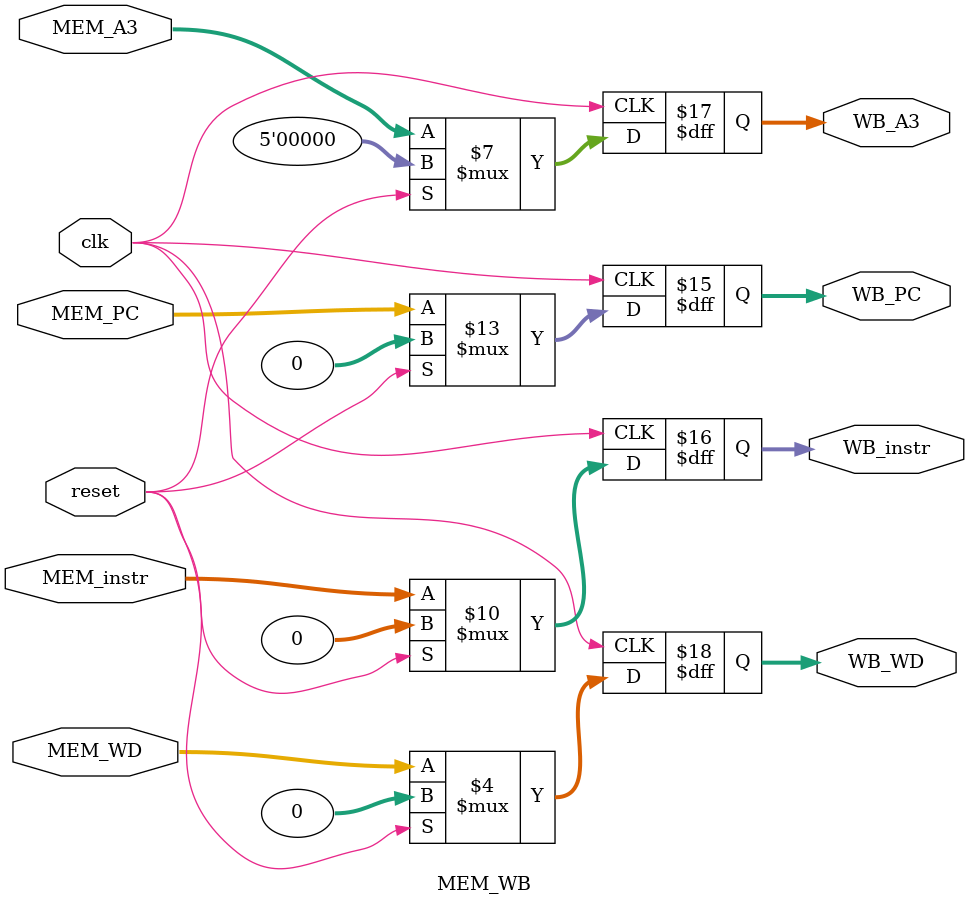
<source format=v>
`timescale 1ns / 1ps
module MEM_WB(
    input clk,
    input reset,
    input [31:0] MEM_PC,
    input [31:0] MEM_instr,
    input [4:0] MEM_A3,
    input [31:0] MEM_WD,
    output reg [31:0] WB_PC,
    output reg [31:0] WB_instr,
    output reg [4:0] WB_A3,
    output reg [31:0] WB_WD
    );
    
    initial begin
        WB_PC = 32'b0;
        WB_instr = 32'b0;
        WB_A3 = 5'b0;
        WB_WD = 32'b0;
    end
    always @(posedge clk)begin
        if (reset)begin
            WB_PC = 32'b0;
            WB_instr = 32'b0;
            WB_A3 = 5'b0;
            WB_WD = 32'b0;
        end
        else begin
            WB_PC = MEM_PC;
            WB_instr = MEM_instr;
            WB_A3 = MEM_A3;
            WB_WD = MEM_WD;
        end
    end

endmodule

</source>
